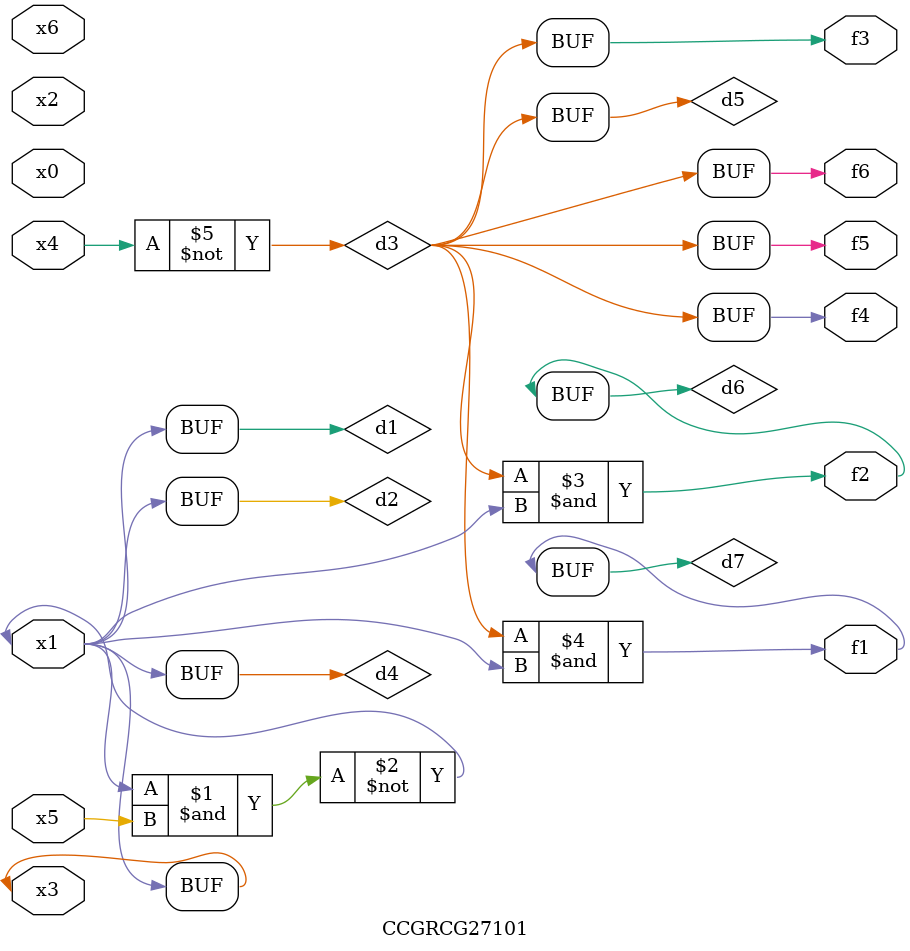
<source format=v>
module CCGRCG27101(
	input x0, x1, x2, x3, x4, x5, x6,
	output f1, f2, f3, f4, f5, f6
);

	wire d1, d2, d3, d4, d5, d6, d7;

	buf (d1, x1, x3);
	nand (d2, x1, x5);
	not (d3, x4);
	buf (d4, d1, d2);
	buf (d5, d3);
	and (d6, d3, d4);
	and (d7, d3, d4);
	assign f1 = d7;
	assign f2 = d6;
	assign f3 = d5;
	assign f4 = d5;
	assign f5 = d5;
	assign f6 = d5;
endmodule

</source>
